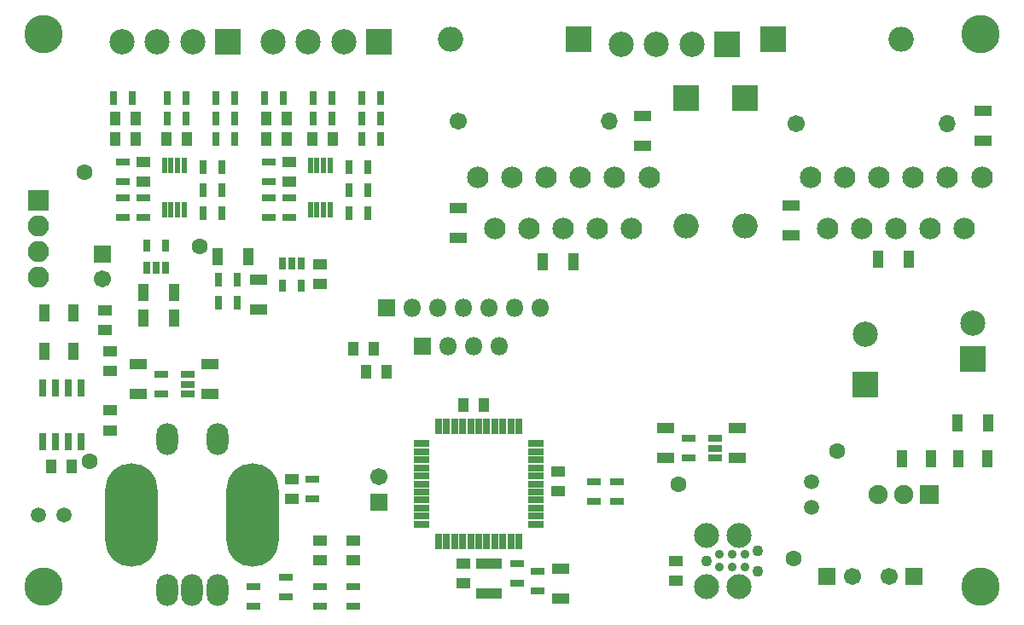
<source format=gbr>
G04 #@! TF.GenerationSoftware,KiCad,Pcbnew,5.0.0-5.0.0*
G04 #@! TF.CreationDate,2018-10-25T16:06:32-04:00*
G04 #@! TF.ProjectId,l6203dualmotordrive,6C363230336475616C6D6F746F726472,rev?*
G04 #@! TF.SameCoordinates,Original*
G04 #@! TF.FileFunction,Soldermask,Top*
G04 #@! TF.FilePolarity,Negative*
%FSLAX46Y46*%
G04 Gerber Fmt 4.6, Leading zero omitted, Abs format (unit mm)*
G04 Created by KiCad (PCBNEW 5.0.0-5.0.0) date Thu Oct 25 16:06:32 2018*
%MOMM*%
%LPD*%
G01*
G04 APERTURE LIST*
%ADD10R,0.651600X1.601600*%
%ADD11R,1.601600X0.651600*%
%ADD12O,2.133600X3.149600*%
%ADD13O,5.181600X10.261600*%
%ADD14R,1.351600X1.101600*%
%ADD15R,1.701600X1.101600*%
%ADD16C,1.701600*%
%ADD17O,1.701600X1.701600*%
%ADD18R,1.101600X1.701600*%
%ADD19R,1.701600X1.701600*%
%ADD20R,1.101600X1.351600*%
%ADD21C,2.501600*%
%ADD22R,2.501600X2.501600*%
%ADD23O,2.501600X2.501600*%
%ADD24O,2.100580X2.100580*%
%ADD25R,2.100580X2.100580*%
%ADD26R,2.601600X1.101600*%
%ADD27C,0.889000*%
%ADD28C,1.092200*%
%ADD29C,2.476500*%
%ADD30R,1.401600X0.801600*%
%ADD31R,0.801600X1.401600*%
%ADD32R,1.001600X1.801600*%
%ADD33C,2.133600*%
%ADD34R,0.551600X1.551600*%
%ADD35O,1.801600X1.801600*%
%ADD36R,1.801600X1.801600*%
%ADD37O,1.901600X1.901600*%
%ADD38R,1.901600X1.901600*%
%ADD39R,1.321600X0.751600*%
%ADD40R,0.751600X1.161600*%
%ADD41R,0.701600X1.651600*%
%ADD42C,3.801600*%
%ADD43C,1.501600*%
%ADD44C,1.601600*%
G04 APERTURE END LIST*
D10*
G04 #@! TO.C,U1*
X132144000Y-105806000D03*
X132944000Y-105806000D03*
X133744000Y-105806000D03*
X134544000Y-105806000D03*
X135344000Y-105806000D03*
X136144000Y-105806000D03*
X136944000Y-105806000D03*
X137744000Y-105806000D03*
X138544000Y-105806000D03*
X139344000Y-105806000D03*
X140144000Y-105806000D03*
D11*
X141844000Y-107506000D03*
X141844000Y-108306000D03*
X141844000Y-109106000D03*
X141844000Y-109906000D03*
X141844000Y-110706000D03*
X141844000Y-111506000D03*
X141844000Y-112306000D03*
X141844000Y-113106000D03*
X141844000Y-113906000D03*
X141844000Y-114706000D03*
X141844000Y-115506000D03*
D10*
X140144000Y-117206000D03*
X139344000Y-117206000D03*
X138544000Y-117206000D03*
X137744000Y-117206000D03*
X136944000Y-117206000D03*
X136144000Y-117206000D03*
X135344000Y-117206000D03*
X134544000Y-117206000D03*
X133744000Y-117206000D03*
X132944000Y-117206000D03*
X132144000Y-117206000D03*
D11*
X130444000Y-115506000D03*
X130444000Y-114706000D03*
X130444000Y-113906000D03*
X130444000Y-113106000D03*
X130444000Y-112306000D03*
X130444000Y-111506000D03*
X130444000Y-110706000D03*
X130444000Y-109906000D03*
X130444000Y-109106000D03*
X130444000Y-108306000D03*
X130444000Y-107506000D03*
G04 #@! TD*
D12*
G04 #@! TO.C,SW1*
X107696000Y-122054000D03*
X110196000Y-122054000D03*
X105196000Y-122054000D03*
X110196000Y-107054000D03*
X105196000Y-107054000D03*
D13*
X101696000Y-114554000D03*
X113696000Y-114554000D03*
G04 #@! TD*
D14*
G04 #@! TO.C,C39*
X99568000Y-104172000D03*
X99568000Y-106172000D03*
G04 #@! TD*
D15*
G04 #@! TO.C,C1*
X167132000Y-86844000D03*
X167132000Y-83844000D03*
G04 #@! TD*
G04 #@! TO.C,C2*
X134112000Y-84098000D03*
X134112000Y-87098000D03*
G04 #@! TD*
D16*
G04 #@! TO.C,C3*
X167640000Y-75692000D03*
D17*
X182640000Y-75692000D03*
G04 #@! TD*
G04 #@! TO.C,C4*
X149112000Y-75438000D03*
D16*
X134112000Y-75438000D03*
G04 #@! TD*
D15*
G04 #@! TO.C,C5*
X186182000Y-77446000D03*
X186182000Y-74446000D03*
G04 #@! TD*
D18*
G04 #@! TO.C,C6*
X178792000Y-89154000D03*
X175792000Y-89154000D03*
G04 #@! TD*
D15*
G04 #@! TO.C,C7*
X152400000Y-77954000D03*
X152400000Y-74954000D03*
G04 #@! TD*
D18*
G04 #@! TO.C,C8*
X145518000Y-89408000D03*
X142518000Y-89408000D03*
G04 #@! TD*
D16*
G04 #@! TO.C,C9*
X126238000Y-110784000D03*
D19*
X126238000Y-113284000D03*
G04 #@! TD*
D14*
G04 #@! TO.C,C11*
X144018000Y-112252000D03*
X144018000Y-110252000D03*
G04 #@! TD*
D20*
G04 #@! TO.C,C12*
X136636000Y-103632000D03*
X134636000Y-103632000D03*
G04 #@! TD*
G04 #@! TO.C,C13*
X102092000Y-75184000D03*
X100092000Y-75184000D03*
G04 #@! TD*
G04 #@! TO.C,C14*
X107172000Y-77216000D03*
X105172000Y-77216000D03*
G04 #@! TD*
G04 #@! TO.C,C15*
X100092000Y-77216000D03*
X102092000Y-77216000D03*
G04 #@! TD*
G04 #@! TO.C,C16*
X115078000Y-75184000D03*
X117078000Y-75184000D03*
G04 #@! TD*
G04 #@! TO.C,C17*
X119650000Y-77216000D03*
X121650000Y-77216000D03*
G04 #@! TD*
G04 #@! TO.C,C18*
X115078000Y-77216000D03*
X117078000Y-77216000D03*
G04 #@! TD*
D14*
G04 #@! TO.C,C19*
X120396000Y-119110000D03*
X120396000Y-117110000D03*
G04 #@! TD*
G04 #@! TO.C,C20*
X123698000Y-117110000D03*
X123698000Y-119110000D03*
G04 #@! TD*
G04 #@! TO.C,C21*
X99060000Y-94250000D03*
X99060000Y-96250000D03*
G04 #@! TD*
D21*
G04 #@! TO.C,C22*
X174498000Y-96600000D03*
D22*
X174498000Y-101600000D03*
G04 #@! TD*
D16*
G04 #@! TO.C,C23*
X176824000Y-120650000D03*
D19*
X179324000Y-120650000D03*
G04 #@! TD*
D15*
G04 #@! TO.C,C24*
X161798000Y-105942000D03*
X161798000Y-108942000D03*
G04 #@! TD*
D19*
G04 #@! TO.C,C25*
X170688000Y-120650000D03*
D16*
X173188000Y-120650000D03*
G04 #@! TD*
D15*
G04 #@! TO.C,C26*
X109474000Y-99592000D03*
X109474000Y-102592000D03*
G04 #@! TD*
D18*
G04 #@! TO.C,C27*
X105894000Y-92456000D03*
X102894000Y-92456000D03*
G04 #@! TD*
G04 #@! TO.C,C28*
X105894000Y-94996000D03*
X102894000Y-94996000D03*
G04 #@! TD*
D15*
G04 #@! TO.C,C29*
X154686000Y-105942000D03*
X154686000Y-108942000D03*
G04 #@! TD*
G04 #@! TO.C,C30*
X102362000Y-102592000D03*
X102362000Y-99592000D03*
G04 #@! TD*
D19*
G04 #@! TO.C,C31*
X98806000Y-88646000D03*
D16*
X98806000Y-91146000D03*
G04 #@! TD*
D15*
G04 #@! TO.C,C32*
X144272000Y-122912000D03*
X144272000Y-119912000D03*
G04 #@! TD*
D20*
G04 #@! TO.C,C33*
X125714000Y-98044000D03*
X123714000Y-98044000D03*
G04 #@! TD*
G04 #@! TO.C,C34*
X124984000Y-100330000D03*
X126984000Y-100330000D03*
G04 #@! TD*
D15*
G04 #@! TO.C,C35*
X114300000Y-94210000D03*
X114300000Y-91210000D03*
G04 #@! TD*
D18*
G04 #@! TO.C,C36*
X113260000Y-88900000D03*
X110260000Y-88900000D03*
G04 #@! TD*
G04 #@! TO.C,C37*
X183666000Y-105410000D03*
X186666000Y-105410000D03*
G04 #@! TD*
D20*
G04 #@! TO.C,C38*
X95742000Y-109728000D03*
X93742000Y-109728000D03*
G04 #@! TD*
D14*
G04 #@! TO.C,C41*
X155702000Y-121142000D03*
X155702000Y-119142000D03*
G04 #@! TD*
G04 #@! TO.C,C42*
X117602000Y-113014000D03*
X117602000Y-111014000D03*
G04 #@! TD*
G04 #@! TO.C,C43*
X99568000Y-100314000D03*
X99568000Y-98314000D03*
G04 #@! TD*
G04 #@! TO.C,C44*
X120396000Y-91678000D03*
X120396000Y-89678000D03*
G04 #@! TD*
G04 #@! TO.C,C45*
X102870000Y-79518000D03*
X102870000Y-81518000D03*
G04 #@! TD*
G04 #@! TO.C,C46*
X117348000Y-81518000D03*
X117348000Y-79518000D03*
G04 #@! TD*
D23*
G04 #@! TO.C,D1*
X162560000Y-85852000D03*
D22*
X162560000Y-73152000D03*
G04 #@! TD*
G04 #@! TO.C,D2*
X165354000Y-67310000D03*
D23*
X178054000Y-67310000D03*
G04 #@! TD*
D22*
G04 #@! TO.C,D3*
X146050000Y-67310000D03*
D23*
X133350000Y-67310000D03*
G04 #@! TD*
G04 #@! TO.C,D4*
X156718000Y-85852000D03*
D22*
X156718000Y-73152000D03*
G04 #@! TD*
G04 #@! TO.C,j1*
X185166000Y-99060000D03*
D21*
X185166000Y-95560000D03*
G04 #@! TD*
D22*
G04 #@! TO.C,J1*
X160782000Y-67818000D03*
D21*
X157282000Y-67818000D03*
X150282000Y-67818000D03*
X153782000Y-67818000D03*
G04 #@! TD*
G04 #@! TO.C,J2*
X104252000Y-67564000D03*
X100752000Y-67564000D03*
X107752000Y-67564000D03*
D22*
X111252000Y-67564000D03*
G04 #@! TD*
G04 #@! TO.C,J3*
X126238000Y-67564000D03*
D21*
X122738000Y-67564000D03*
X115738000Y-67564000D03*
X119238000Y-67564000D03*
G04 #@! TD*
D24*
G04 #@! TO.C,J4*
X92456000Y-88392000D03*
X92456000Y-85852000D03*
D25*
X92456000Y-83312000D03*
D24*
X92456000Y-90932000D03*
G04 #@! TD*
D26*
G04 #@! TO.C,L1*
X137160000Y-119404000D03*
X137160000Y-122404000D03*
G04 #@! TD*
D27*
G04 #@! TO.C,P1*
X162560000Y-118491000D03*
X162560000Y-119761000D03*
X161290000Y-118491000D03*
X161290000Y-119761000D03*
X160020000Y-118491000D03*
X160020000Y-119761000D03*
D28*
X158750000Y-119126000D03*
X163830000Y-120142000D03*
X163830000Y-118110000D03*
D29*
X161925000Y-121666000D03*
X161925000Y-116586000D03*
X158750000Y-116586000D03*
X158750000Y-121666000D03*
G04 #@! TD*
D30*
G04 #@! TO.C,R7*
X141986000Y-120208000D03*
X141986000Y-122108000D03*
G04 #@! TD*
G04 #@! TO.C,R8*
X147574000Y-113218000D03*
X147574000Y-111318000D03*
G04 #@! TD*
G04 #@! TO.C,R9*
X149860000Y-111318000D03*
X149860000Y-113218000D03*
G04 #@! TD*
G04 #@! TO.C,R10*
X139954000Y-121346000D03*
X139954000Y-119446000D03*
G04 #@! TD*
D31*
G04 #@! TO.C,R11*
X101788000Y-73152000D03*
X99888000Y-73152000D03*
G04 #@! TD*
G04 #@! TO.C,R12*
X111948000Y-73152000D03*
X110048000Y-73152000D03*
G04 #@! TD*
G04 #@! TO.C,R13*
X114874000Y-73152000D03*
X116774000Y-73152000D03*
G04 #@! TD*
G04 #@! TO.C,R14*
X124526000Y-73152000D03*
X126426000Y-73152000D03*
G04 #@! TD*
G04 #@! TO.C,R15*
X105222000Y-73152000D03*
X107122000Y-73152000D03*
G04 #@! TD*
G04 #@! TO.C,R16*
X107122000Y-75184000D03*
X105222000Y-75184000D03*
G04 #@! TD*
G04 #@! TO.C,R17*
X119700000Y-73152000D03*
X121600000Y-73152000D03*
G04 #@! TD*
G04 #@! TO.C,R18*
X121600000Y-75184000D03*
X119700000Y-75184000D03*
G04 #@! TD*
D30*
G04 #@! TO.C,R19*
X100838000Y-79568000D03*
X100838000Y-81468000D03*
G04 #@! TD*
G04 #@! TO.C,R20*
X115316000Y-79568000D03*
X115316000Y-81468000D03*
G04 #@! TD*
D31*
G04 #@! TO.C,R21*
X108778000Y-84582000D03*
X110678000Y-84582000D03*
G04 #@! TD*
G04 #@! TO.C,R22*
X123256000Y-84582000D03*
X125156000Y-84582000D03*
G04 #@! TD*
G04 #@! TO.C,R23*
X110048000Y-77216000D03*
X111948000Y-77216000D03*
G04 #@! TD*
G04 #@! TO.C,R24*
X111948000Y-75184000D03*
X110048000Y-75184000D03*
G04 #@! TD*
G04 #@! TO.C,R25*
X126426000Y-77216000D03*
X124526000Y-77216000D03*
G04 #@! TD*
G04 #@! TO.C,R26*
X124526000Y-75184000D03*
X126426000Y-75184000D03*
G04 #@! TD*
G04 #@! TO.C,R27*
X108778000Y-80010000D03*
X110678000Y-80010000D03*
G04 #@! TD*
G04 #@! TO.C,R28*
X123256000Y-80010000D03*
X125156000Y-80010000D03*
G04 #@! TD*
D30*
G04 #@! TO.C,R29*
X102870000Y-85024000D03*
X102870000Y-83124000D03*
G04 #@! TD*
G04 #@! TO.C,R30*
X117348000Y-83124000D03*
X117348000Y-85024000D03*
G04 #@! TD*
G04 #@! TO.C,R31*
X120396000Y-123632000D03*
X120396000Y-121732000D03*
G04 #@! TD*
G04 #@! TO.C,R32*
X123698000Y-121732000D03*
X123698000Y-123632000D03*
G04 #@! TD*
G04 #@! TO.C,R33*
X113792000Y-123632000D03*
X113792000Y-121732000D03*
G04 #@! TD*
G04 #@! TO.C,R34*
X117028000Y-120782000D03*
X117028000Y-122682000D03*
G04 #@! TD*
G04 #@! TO.C,R35*
X119634000Y-111064000D03*
X119634000Y-112964000D03*
G04 #@! TD*
D32*
G04 #@! TO.C,R36*
X95938000Y-94488000D03*
X93038000Y-94488000D03*
G04 #@! TD*
G04 #@! TO.C,R37*
X93038000Y-98298000D03*
X95938000Y-98298000D03*
G04 #@! TD*
G04 #@! TO.C,R38*
X186616000Y-108966000D03*
X183716000Y-108966000D03*
G04 #@! TD*
G04 #@! TO.C,R39*
X178128000Y-108966000D03*
X181028000Y-108966000D03*
G04 #@! TD*
D30*
G04 #@! TO.C,R40*
X100838000Y-83124000D03*
X100838000Y-85024000D03*
G04 #@! TD*
G04 #@! TO.C,R41*
X115316000Y-85024000D03*
X115316000Y-83124000D03*
G04 #@! TD*
D31*
G04 #@! TO.C,R42*
X110678000Y-82296000D03*
X108778000Y-82296000D03*
G04 #@! TD*
G04 #@! TO.C,R43*
X123256000Y-82296000D03*
X125156000Y-82296000D03*
G04 #@! TD*
G04 #@! TO.C,R44*
X112202000Y-93472000D03*
X110302000Y-93472000D03*
G04 #@! TD*
G04 #@! TO.C,R45*
X112202000Y-91186000D03*
X110302000Y-91186000D03*
G04 #@! TD*
D33*
G04 #@! TO.C,U2*
X169037000Y-81026000D03*
X170738800Y-86106000D03*
X172440600Y-81026000D03*
X174142400Y-86106000D03*
X175844200Y-81026000D03*
X177546000Y-86106000D03*
X179247800Y-81026000D03*
X180949600Y-86106000D03*
X182651400Y-81026000D03*
X184353200Y-86106000D03*
X186055000Y-81026000D03*
G04 #@! TD*
G04 #@! TO.C,U3*
X153035000Y-81026000D03*
X151333200Y-86106000D03*
X149631400Y-81026000D03*
X147929600Y-86106000D03*
X146227800Y-81026000D03*
X144526000Y-86106000D03*
X142824200Y-81026000D03*
X141122400Y-86106000D03*
X139420600Y-81026000D03*
X137718800Y-86106000D03*
X136017000Y-81026000D03*
G04 #@! TD*
D34*
G04 #@! TO.C,U4*
X106893000Y-84242000D03*
X106243000Y-84242000D03*
X105593000Y-84242000D03*
X104943000Y-84242000D03*
X104943000Y-79842000D03*
X105593000Y-79842000D03*
X106243000Y-79842000D03*
X106893000Y-79842000D03*
G04 #@! TD*
G04 #@! TO.C,U5*
X121371000Y-79842000D03*
X120721000Y-79842000D03*
X120071000Y-79842000D03*
X119421000Y-79842000D03*
X119421000Y-84242000D03*
X120071000Y-84242000D03*
X120721000Y-84242000D03*
X121371000Y-84242000D03*
G04 #@! TD*
D35*
G04 #@! TO.C,U6*
X142240000Y-93980000D03*
X139700000Y-93980000D03*
X137160000Y-93980000D03*
X134620000Y-93980000D03*
X132080000Y-93980000D03*
X129540000Y-93980000D03*
D36*
X127000000Y-93980000D03*
G04 #@! TD*
D35*
G04 #@! TO.C,U7*
X138176000Y-97790000D03*
X135636000Y-97790000D03*
X133096000Y-97790000D03*
D36*
X130556000Y-97790000D03*
G04 #@! TD*
D37*
G04 #@! TO.C,U9*
X175768000Y-112522000D03*
X178308000Y-112522000D03*
D38*
X180848000Y-112522000D03*
G04 #@! TD*
D39*
G04 #@! TO.C,U10*
X107228000Y-102550000D03*
X107228000Y-101600000D03*
X107228000Y-100650000D03*
X104608000Y-100650000D03*
X104608000Y-102550000D03*
G04 #@! TD*
G04 #@! TO.C,U11*
X156932000Y-108900000D03*
X156932000Y-107000000D03*
X159552000Y-107000000D03*
X159552000Y-107950000D03*
X159552000Y-108900000D03*
G04 #@! TD*
D40*
G04 #@! TO.C,U12*
X103190000Y-90000000D03*
X104140000Y-90000000D03*
X105090000Y-90000000D03*
X105090000Y-87800000D03*
X103190000Y-87800000D03*
G04 #@! TD*
G04 #@! TO.C,U13*
X118552000Y-91778000D03*
X116652000Y-91778000D03*
X116652000Y-89578000D03*
X117602000Y-89578000D03*
X118552000Y-89578000D03*
G04 #@! TD*
D41*
G04 #@! TO.C,U8*
X92837000Y-101948000D03*
X94107000Y-101948000D03*
X95377000Y-101948000D03*
X96647000Y-101948000D03*
X96647000Y-107348000D03*
X95377000Y-107348000D03*
X94107000Y-107348000D03*
X92837000Y-107348000D03*
G04 #@! TD*
D42*
G04 #@! TO.C,REF\002A\002A*
X92964000Y-66802000D03*
G04 #@! TD*
G04 #@! TO.C,REF\002A\002A*
X92964000Y-121666000D03*
G04 #@! TD*
G04 #@! TO.C,REF\002A\002A*
X185928000Y-121666000D03*
G04 #@! TD*
G04 #@! TO.C,REF\002A\002A*
X185928000Y-66802000D03*
G04 #@! TD*
D14*
G04 #@! TO.C,C10*
X134620000Y-119396000D03*
X134620000Y-121396000D03*
G04 #@! TD*
D43*
G04 #@! TO.C,REF\002A\002A*
X169164000Y-113792000D03*
X169164000Y-111252000D03*
G04 #@! TD*
G04 #@! TO.C,REF\002A\002A*
X92456000Y-114554000D03*
X94996000Y-114554000D03*
G04 #@! TD*
D44*
G04 #@! TO.C,6V*
X167386000Y-118872000D03*
G04 #@! TD*
G04 #@! TO.C,DC+*
X171704000Y-108204000D03*
G04 #@! TD*
G04 #@! TO.C,3.3V*
X155956000Y-111506000D03*
G04 #@! TD*
G04 #@! TO.C,5V*
X97536000Y-109220000D03*
G04 #@! TD*
G04 #@! TO.C,STRAIN+*
X97028000Y-80518000D03*
G04 #@! TD*
G04 #@! TO.C,REF\002A\002A*
X108458000Y-87884000D03*
G04 #@! TD*
M02*

</source>
